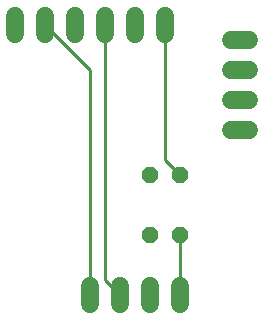
<source format=gbr>
G75*
%MOIN*%
%OFA0B0*%
%FSLAX24Y24*%
%IPPOS*%
%LPD*%
%AMOC8*
5,1,8,0,0,1.08239X$1,22.5*
%
%ADD10C,0.0600*%
%ADD11OC8,0.0520*%
%ADD12C,0.0100*%
D10*
X005600Y010800D02*
X005600Y011400D01*
X006600Y011400D02*
X006600Y010800D01*
X007600Y010800D02*
X007600Y011400D01*
X008600Y011400D02*
X008600Y010800D01*
X010300Y016600D02*
X010900Y016600D01*
X010900Y017600D02*
X010300Y017600D01*
X010300Y018600D02*
X010900Y018600D01*
X010900Y019600D02*
X010300Y019600D01*
X008100Y019800D02*
X008100Y020400D01*
X007100Y020400D02*
X007100Y019800D01*
X006100Y019800D02*
X006100Y020400D01*
X005100Y020400D02*
X005100Y019800D01*
X004100Y019800D02*
X004100Y020400D01*
X003100Y020400D02*
X003100Y019800D01*
D11*
X007600Y015100D03*
X008600Y015100D03*
X008600Y013100D03*
X007600Y013100D03*
D12*
X008600Y013100D02*
X008600Y011100D01*
X006600Y011100D02*
X006100Y011600D01*
X006100Y020100D01*
X005600Y018600D02*
X004100Y020100D01*
X005600Y018600D02*
X005600Y011100D01*
X008600Y015100D02*
X008100Y015600D01*
X008100Y020100D01*
M02*

</source>
